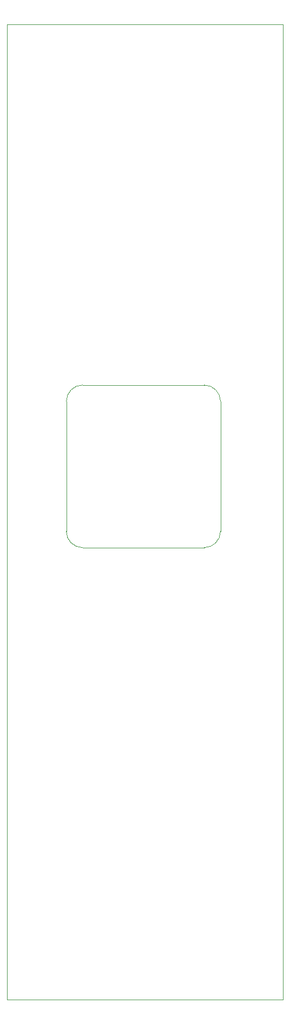
<source format=gbr>
G04 #@! TF.GenerationSoftware,KiCad,Pcbnew,(5.1.7)-1*
G04 #@! TF.CreationDate,2020-12-22T17:15:22-06:00*
G04 #@! TF.ProjectId,cutdown,63757464-6f77-46e2-9e6b-696361645f70,3.0*
G04 #@! TF.SameCoordinates,Original*
G04 #@! TF.FileFunction,Profile,NP*
%FSLAX46Y46*%
G04 Gerber Fmt 4.6, Leading zero omitted, Abs format (unit mm)*
G04 Created by KiCad (PCBNEW (5.1.7)-1) date 2020-12-22 17:15:22*
%MOMM*%
%LPD*%
G01*
G04 APERTURE LIST*
G04 #@! TA.AperFunction,Profile*
%ADD10C,0.050000*%
G04 #@! TD*
G04 APERTURE END LIST*
D10*
X113919000Y-106934000D02*
G75*
G02*
X111379000Y-104394000I0J2540000D01*
G01*
X135509000Y-104394000D02*
G75*
G02*
X132969000Y-106934000I-2540000J0D01*
G01*
X132969000Y-81534000D02*
G75*
G02*
X135509000Y-84074000I0J-2540000D01*
G01*
X111379000Y-84074000D02*
G75*
G02*
X113919000Y-81534000I2540000J0D01*
G01*
X111379000Y-104394000D02*
X111379000Y-84074000D01*
X132969000Y-106934000D02*
X113919000Y-106934000D01*
X135509000Y-84074000D02*
X135509000Y-104394000D01*
X113919000Y-81534000D02*
X132969000Y-81534000D01*
X102108000Y-177546000D02*
X102108000Y-25146000D01*
X145288000Y-177546000D02*
X102108000Y-177546000D01*
X145288000Y-25146000D02*
X145288000Y-177546000D01*
X102108000Y-25146000D02*
X145288000Y-25146000D01*
M02*

</source>
